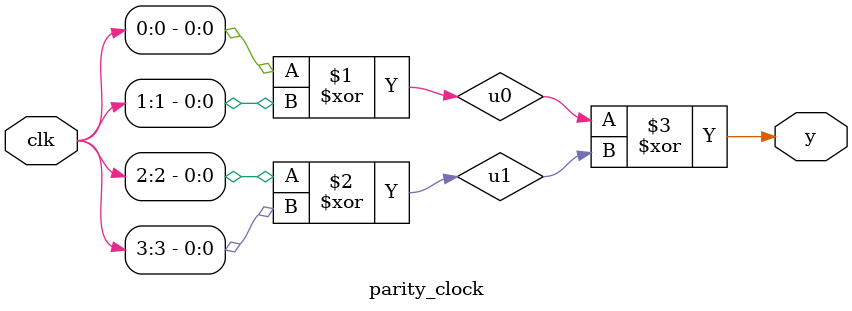
<source format=v>

module parity_clock ( clk, y );

input [3:0] clk;
output y;

wire [3:0] clk;
wire y;

wire u0, u1;

xor(u0, clk[0], clk[1]);
xor(u1, clk[2], clk[3]);
xor(y, u0, u1);

endmodule

</source>
